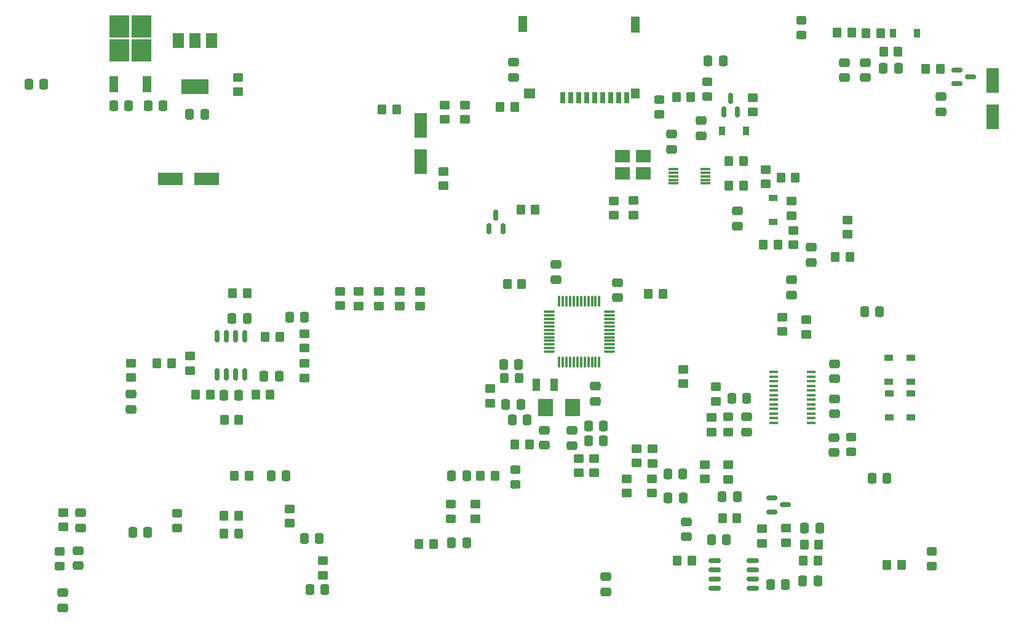
<source format=gbr>
%TF.GenerationSoftware,KiCad,Pcbnew,(6.0.11)*%
%TF.CreationDate,2023-06-15T21:51:14-05:00*%
%TF.ProjectId,LittleDX,4c697474-6c65-4445-982e-6b696361645f,rev?*%
%TF.SameCoordinates,Original*%
%TF.FileFunction,Paste,Top*%
%TF.FilePolarity,Positive*%
%FSLAX46Y46*%
G04 Gerber Fmt 4.6, Leading zero omitted, Abs format (unit mm)*
G04 Created by KiCad (PCBNEW (6.0.11)) date 2023-06-15 21:51:14*
%MOMM*%
%LPD*%
G01*
G04 APERTURE LIST*
G04 Aperture macros list*
%AMRoundRect*
0 Rectangle with rounded corners*
0 $1 Rounding radius*
0 $2 $3 $4 $5 $6 $7 $8 $9 X,Y pos of 4 corners*
0 Add a 4 corners polygon primitive as box body*
4,1,4,$2,$3,$4,$5,$6,$7,$8,$9,$2,$3,0*
0 Add four circle primitives for the rounded corners*
1,1,$1+$1,$2,$3*
1,1,$1+$1,$4,$5*
1,1,$1+$1,$6,$7*
1,1,$1+$1,$8,$9*
0 Add four rect primitives between the rounded corners*
20,1,$1+$1,$2,$3,$4,$5,0*
20,1,$1+$1,$4,$5,$6,$7,0*
20,1,$1+$1,$6,$7,$8,$9,0*
20,1,$1+$1,$8,$9,$2,$3,0*%
G04 Aperture macros list end*
%ADD10RoundRect,0.250000X0.337500X0.475000X-0.337500X0.475000X-0.337500X-0.475000X0.337500X-0.475000X0*%
%ADD11RoundRect,0.250000X0.475000X-0.337500X0.475000X0.337500X-0.475000X0.337500X-0.475000X-0.337500X0*%
%ADD12RoundRect,0.250000X-0.337500X-0.475000X0.337500X-0.475000X0.337500X0.475000X-0.337500X0.475000X0*%
%ADD13RoundRect,0.250000X-0.475000X0.337500X-0.475000X-0.337500X0.475000X-0.337500X0.475000X0.337500X0*%
%ADD14RoundRect,0.250000X-0.450000X0.325000X-0.450000X-0.325000X0.450000X-0.325000X0.450000X0.325000X0*%
%ADD15RoundRect,0.250000X0.450000X-0.325000X0.450000X0.325000X-0.450000X0.325000X-0.450000X-0.325000X0*%
%ADD16R,3.500000X1.800000*%
%ADD17R,1.800000X3.500000*%
%ADD18RoundRect,0.250000X-0.325000X-0.450000X0.325000X-0.450000X0.325000X0.450000X-0.325000X0.450000X0*%
%ADD19RoundRect,0.150000X-0.587500X-0.150000X0.587500X-0.150000X0.587500X0.150000X-0.587500X0.150000X0*%
%ADD20R,2.750000X3.050000*%
%ADD21R,1.200000X2.200000*%
%ADD22R,2.000000X2.400000*%
%ADD23R,1.000000X1.800000*%
%ADD24RoundRect,0.075000X0.075000X-0.662500X0.075000X0.662500X-0.075000X0.662500X-0.075000X-0.662500X0*%
%ADD25RoundRect,0.075000X0.662500X-0.075000X0.662500X0.075000X-0.662500X0.075000X-0.662500X-0.075000X0*%
%ADD26RoundRect,0.150000X0.675000X0.150000X-0.675000X0.150000X-0.675000X-0.150000X0.675000X-0.150000X0*%
%ADD27R,1.500000X2.000000*%
%ADD28R,3.800000X2.000000*%
%ADD29RoundRect,0.250000X-0.450000X0.350000X-0.450000X-0.350000X0.450000X-0.350000X0.450000X0.350000X0*%
%ADD30RoundRect,0.250000X0.450000X-0.350000X0.450000X0.350000X-0.450000X0.350000X-0.450000X-0.350000X0*%
%ADD31RoundRect,0.250000X0.350000X0.450000X-0.350000X0.450000X-0.350000X-0.450000X0.350000X-0.450000X0*%
%ADD32RoundRect,0.250000X-0.350000X-0.450000X0.350000X-0.450000X0.350000X0.450000X-0.350000X0.450000X0*%
%ADD33R,1.400000X0.300000*%
%ADD34R,2.100000X1.800000*%
%ADD35R,1.200000X0.900000*%
%ADD36RoundRect,0.150000X0.150000X-0.587500X0.150000X0.587500X-0.150000X0.587500X-0.150000X-0.587500X0*%
%ADD37R,0.900000X1.200000*%
%ADD38RoundRect,0.150000X-0.150000X0.675000X-0.150000X-0.675000X0.150000X-0.675000X0.150000X0.675000X0*%
%ADD39RoundRect,0.250000X0.325000X0.450000X-0.325000X0.450000X-0.325000X-0.450000X0.325000X-0.450000X0*%
%ADD40R,1.200000X0.400000*%
%ADD41R,1.600000X1.400000*%
%ADD42R,0.700000X1.600000*%
%ADD43R,1.200000X1.400000*%
G04 APERTURE END LIST*
D10*
%TO.C,C1*%
X133625500Y-114046000D03*
X131550500Y-114046000D03*
%TD*%
D11*
%TO.C,C2*%
X125476000Y-116727500D03*
X125476000Y-114652500D03*
%TD*%
%TO.C,C4*%
X129300000Y-116747500D03*
X129300000Y-114672500D03*
%TD*%
D12*
%TO.C,C5*%
X120187500Y-111100000D03*
X122262500Y-111100000D03*
%TD*%
%TO.C,C8*%
X121062500Y-113250000D03*
X123137500Y-113250000D03*
%TD*%
D13*
%TO.C,C9*%
X132550000Y-108587500D03*
X132550000Y-110662500D03*
%TD*%
D12*
%TO.C,C10*%
X87862500Y-120904000D03*
X89937500Y-120904000D03*
%TD*%
%TO.C,C11*%
X93212500Y-136600000D03*
X95287500Y-136600000D03*
%TD*%
%TO.C,C12*%
X119887500Y-105575000D03*
X121962500Y-105575000D03*
%TD*%
D13*
%TO.C,C13*%
X127110000Y-91832500D03*
X127110000Y-93907500D03*
%TD*%
D10*
%TO.C,C15*%
X150562500Y-129725000D03*
X148487500Y-129725000D03*
%TD*%
D12*
%TO.C,C16*%
X92434500Y-129540000D03*
X94509500Y-129540000D03*
%TD*%
D10*
%TO.C,C17*%
X114808000Y-120904000D03*
X112733000Y-120904000D03*
%TD*%
D11*
%TO.C,C20*%
X159500000Y-96037500D03*
X159500000Y-93962500D03*
%TD*%
D13*
%TO.C,C21*%
X135575000Y-94312500D03*
X135575000Y-96387500D03*
%TD*%
D10*
%TO.C,C25*%
X153362500Y-110275000D03*
X151287500Y-110275000D03*
%TD*%
D11*
%TO.C,C33*%
X165450000Y-107587500D03*
X165450000Y-105512500D03*
%TD*%
D10*
%TO.C,C34*%
X163135000Y-135440000D03*
X161060000Y-135440000D03*
%TD*%
D13*
%TO.C,C35*%
X165450000Y-110337500D03*
X165450000Y-112412500D03*
%TD*%
D14*
%TO.C,D2*%
X121500000Y-120100000D03*
X121500000Y-122150000D03*
%TD*%
D15*
%TO.C,D3*%
X112575000Y-126900000D03*
X112575000Y-124850000D03*
%TD*%
D16*
%TO.C,D4*%
X74000000Y-80000000D03*
X79000000Y-80000000D03*
%TD*%
D17*
%TO.C,D5*%
X108458000Y-77684000D03*
X108458000Y-72684000D03*
%TD*%
D18*
%TO.C,L1*%
X119975000Y-107500000D03*
X122025000Y-107500000D03*
%TD*%
D15*
%TO.C,L2*%
X150780000Y-114885000D03*
X150780000Y-112835000D03*
%TD*%
D14*
%TO.C,L3*%
X167700000Y-115575000D03*
X167700000Y-117625000D03*
%TD*%
D15*
%TO.C,L9*%
X141320000Y-71175000D03*
X141320000Y-69125000D03*
%TD*%
D19*
%TO.C,Q4*%
X156792500Y-123990000D03*
X156792500Y-125890000D03*
X158667500Y-124940000D03*
%TD*%
D20*
%TO.C,U2*%
X67000000Y-62350000D03*
X70050000Y-62350000D03*
X70050000Y-59000000D03*
X67000000Y-59000000D03*
D21*
X66245000Y-66975000D03*
X70805000Y-66975000D03*
%TD*%
D22*
%TO.C,Y1*%
X129340000Y-111560000D03*
X125640000Y-111560000D03*
%TD*%
D23*
%TO.C,Y2*%
X126860000Y-108440000D03*
X124360000Y-108440000D03*
%TD*%
D24*
%TO.C,U1*%
X127552000Y-105254500D03*
X128052000Y-105254500D03*
X128552000Y-105254500D03*
X129052000Y-105254500D03*
X129552000Y-105254500D03*
X130052000Y-105254500D03*
X130552000Y-105254500D03*
X131052000Y-105254500D03*
X131552000Y-105254500D03*
X132052000Y-105254500D03*
X132552000Y-105254500D03*
X133052000Y-105254500D03*
D25*
X134464500Y-103842000D03*
X134464500Y-103342000D03*
X134464500Y-102842000D03*
X134464500Y-102342000D03*
X134464500Y-101842000D03*
X134464500Y-101342000D03*
X134464500Y-100842000D03*
X134464500Y-100342000D03*
X134464500Y-99842000D03*
X134464500Y-99342000D03*
X134464500Y-98842000D03*
X134464500Y-98342000D03*
D24*
X133052000Y-96929500D03*
X132552000Y-96929500D03*
X132052000Y-96929500D03*
X131552000Y-96929500D03*
X131052000Y-96929500D03*
X130552000Y-96929500D03*
X130052000Y-96929500D03*
X129552000Y-96929500D03*
X129052000Y-96929500D03*
X128552000Y-96929500D03*
X128052000Y-96929500D03*
X127552000Y-96929500D03*
D25*
X126139500Y-98342000D03*
X126139500Y-98842000D03*
X126139500Y-99342000D03*
X126139500Y-99842000D03*
X126139500Y-100342000D03*
X126139500Y-100842000D03*
X126139500Y-101342000D03*
X126139500Y-101842000D03*
X126139500Y-102342000D03*
X126139500Y-102842000D03*
X126139500Y-103342000D03*
X126139500Y-103842000D03*
%TD*%
D11*
%TO.C,C37*%
X145075000Y-129337500D03*
X145075000Y-127262500D03*
%TD*%
D26*
%TO.C,U3*%
X154205000Y-136415000D03*
X154205000Y-135145000D03*
X154205000Y-133875000D03*
X154205000Y-132605000D03*
X148955000Y-132605000D03*
X148955000Y-133875000D03*
X148955000Y-135145000D03*
X148955000Y-136415000D03*
%TD*%
D27*
%TO.C,U4*%
X79680000Y-61020000D03*
X77380000Y-61020000D03*
D28*
X77380000Y-67320000D03*
D27*
X75080000Y-61020000D03*
%TD*%
D12*
%TO.C,C14*%
X172162500Y-64800000D03*
X174237500Y-64800000D03*
%TD*%
D10*
%TO.C,C42*%
X78727500Y-71140000D03*
X76652500Y-71140000D03*
%TD*%
D29*
%TO.C,R1*%
X118025000Y-108950000D03*
X118025000Y-110950000D03*
%TD*%
D30*
%TO.C,R2*%
X111590000Y-81000000D03*
X111590000Y-79000000D03*
%TD*%
%TO.C,R3*%
X102700000Y-97550000D03*
X102700000Y-95550000D03*
%TD*%
D29*
%TO.C,R4*%
X115975000Y-124850000D03*
X115975000Y-126850000D03*
%TD*%
D31*
%TO.C,R6*%
X84820000Y-120904000D03*
X82820000Y-120904000D03*
%TD*%
%TO.C,R7*%
X121396000Y-70104000D03*
X119396000Y-70104000D03*
%TD*%
D32*
%TO.C,R8*%
X172200000Y-62500000D03*
X174200000Y-62500000D03*
%TD*%
D30*
%TO.C,R9*%
X114554000Y-71866000D03*
X114554000Y-69866000D03*
%TD*%
D32*
%TO.C,R11*%
X143780000Y-132588000D03*
X145780000Y-132588000D03*
%TD*%
D30*
%TO.C,R12*%
X90424000Y-127492000D03*
X90424000Y-125492000D03*
%TD*%
D32*
%TO.C,R13*%
X116700000Y-120925000D03*
X118700000Y-120925000D03*
%TD*%
D29*
%TO.C,R14*%
X154178000Y-68850000D03*
X154178000Y-70850000D03*
%TD*%
%TO.C,R15*%
X111760000Y-69866000D03*
X111760000Y-71866000D03*
%TD*%
D30*
%TO.C,R16*%
X149075000Y-110650000D03*
X149075000Y-108650000D03*
%TD*%
%TO.C,R17*%
X158242000Y-101076000D03*
X158242000Y-99076000D03*
%TD*%
%TO.C,R18*%
X137750000Y-85025000D03*
X137750000Y-83025000D03*
%TD*%
D29*
%TO.C,R19*%
X140350000Y-117200000D03*
X140350000Y-119200000D03*
%TD*%
D31*
%TO.C,R20*%
X157667200Y-89128600D03*
X155667200Y-89128600D03*
%TD*%
D29*
%TO.C,R21*%
X140300000Y-121325000D03*
X140300000Y-123325000D03*
%TD*%
%TO.C,R23*%
X136850000Y-121325000D03*
X136850000Y-123325000D03*
%TD*%
D30*
%TO.C,R29*%
X99940000Y-97540000D03*
X99940000Y-95540000D03*
%TD*%
%TO.C,R30*%
X144600000Y-108270000D03*
X144600000Y-106270000D03*
%TD*%
D32*
%TO.C,R31*%
X161130000Y-132630000D03*
X163130000Y-132630000D03*
%TD*%
D30*
%TO.C,R32*%
X158730000Y-130130000D03*
X158730000Y-128130000D03*
%TD*%
%TO.C,R33*%
X94996000Y-134620000D03*
X94996000Y-132620000D03*
%TD*%
D32*
%TO.C,R34*%
X161280000Y-130430000D03*
X163280000Y-130430000D03*
%TD*%
D30*
%TO.C,R46*%
X108360000Y-97530000D03*
X108360000Y-95530000D03*
%TD*%
%TO.C,R47*%
X105610000Y-97560000D03*
X105610000Y-95560000D03*
%TD*%
%TO.C,R24*%
X150775000Y-121450000D03*
X150775000Y-119450000D03*
%TD*%
D10*
%TO.C,C44*%
X68267500Y-70000000D03*
X66192500Y-70000000D03*
%TD*%
D13*
%TO.C,C47*%
X143030000Y-73892500D03*
X143030000Y-75967500D03*
%TD*%
D30*
%TO.C,R35*%
X135075000Y-85050000D03*
X135075000Y-83050000D03*
%TD*%
D29*
%TO.C,R48*%
X148520000Y-112930000D03*
X148520000Y-114930000D03*
%TD*%
D32*
%TO.C,R49*%
X150892000Y-77550000D03*
X152892000Y-77550000D03*
%TD*%
%TO.C,R50*%
X150892000Y-80975000D03*
X152892000Y-80975000D03*
%TD*%
D33*
%TO.C,U6*%
X143290000Y-78670000D03*
X143290000Y-79170000D03*
X143290000Y-79670000D03*
X143290000Y-80170000D03*
X143290000Y-80670000D03*
X147690000Y-80670000D03*
X147690000Y-80170000D03*
X147690000Y-79670000D03*
X147690000Y-79170000D03*
X147690000Y-78670000D03*
%TD*%
D34*
%TO.C,Y3*%
X136218000Y-79248000D03*
X139118000Y-79248000D03*
X139118000Y-76948000D03*
X136218000Y-76948000D03*
%TD*%
D13*
%TO.C,C30*%
X165325000Y-115650000D03*
X165325000Y-117725000D03*
%TD*%
D35*
%TO.C,D9*%
X175975000Y-104650000D03*
X175975000Y-107950000D03*
%TD*%
D32*
%TO.C,R5*%
X139800000Y-95850000D03*
X141800000Y-95850000D03*
%TD*%
D29*
%TO.C,R22*%
X138176000Y-117175000D03*
X138176000Y-119175000D03*
%TD*%
D30*
%TO.C,R25*%
X147550000Y-121375000D03*
X147550000Y-119375000D03*
%TD*%
D32*
%TO.C,R38*%
X169790000Y-59950000D03*
X171790000Y-59950000D03*
%TD*%
D31*
%TO.C,R39*%
X180000000Y-64900000D03*
X178000000Y-64900000D03*
%TD*%
D10*
%TO.C,C39*%
X144547500Y-120650000D03*
X142472500Y-120650000D03*
%TD*%
D14*
%TO.C,D16*%
X178850000Y-131360000D03*
X178850000Y-133410000D03*
%TD*%
D31*
%TO.C,R28*%
X174660000Y-133250000D03*
X172660000Y-133250000D03*
%TD*%
D35*
%TO.C,D17*%
X157000000Y-82675000D03*
X157000000Y-85975000D03*
%TD*%
D12*
%TO.C,C46*%
X148012500Y-63810000D03*
X150087500Y-63810000D03*
%TD*%
D31*
%TO.C,R51*%
X167525000Y-90800000D03*
X165525000Y-90800000D03*
%TD*%
D29*
%TO.C,R52*%
X159766000Y-87138000D03*
X159766000Y-89138000D03*
%TD*%
D13*
%TO.C,C24*%
X166830000Y-64032500D03*
X166830000Y-66107500D03*
%TD*%
D31*
%TO.C,R53*%
X160050000Y-79875000D03*
X158050000Y-79875000D03*
%TD*%
D11*
%TO.C,C56*%
X152100000Y-86537500D03*
X152100000Y-84462500D03*
%TD*%
D36*
%TO.C,Q12*%
X150180000Y-70787500D03*
X152080000Y-70787500D03*
X151130000Y-68912500D03*
%TD*%
D19*
%TO.C,Q13*%
X182312500Y-65050000D03*
X182312500Y-66950000D03*
X184187500Y-66000000D03*
%TD*%
D32*
%TO.C,R65*%
X143670000Y-68760000D03*
X145670000Y-68760000D03*
%TD*%
D29*
%TO.C,R66*%
X161525000Y-99425000D03*
X161525000Y-101425000D03*
%TD*%
D30*
%TO.C,R67*%
X159550000Y-85100000D03*
X159550000Y-83100000D03*
%TD*%
%TO.C,R64*%
X83312000Y-68056000D03*
X83312000Y-66056000D03*
%TD*%
D31*
%TO.C,R70*%
X105150000Y-70440000D03*
X103150000Y-70440000D03*
%TD*%
D15*
%TO.C,D19*%
X160880000Y-60207000D03*
X160880000Y-58157000D03*
%TD*%
D31*
%TO.C,R71*%
X167810000Y-59930000D03*
X165810000Y-59930000D03*
%TD*%
D12*
%TO.C,C32*%
X169587500Y-98350000D03*
X171662500Y-98350000D03*
%TD*%
D36*
%TO.C,Q14*%
X117875000Y-86887500D03*
X119775000Y-86887500D03*
X118825000Y-85012500D03*
%TD*%
D32*
%TO.C,R72*%
X120375000Y-94500000D03*
X122375000Y-94500000D03*
%TD*%
D13*
%TO.C,C38*%
X147075000Y-72037500D03*
X147075000Y-74112500D03*
%TD*%
D29*
%TO.C,R73*%
X155975000Y-78750000D03*
X155975000Y-80750000D03*
%TD*%
%TO.C,R74*%
X167225000Y-85675000D03*
X167225000Y-87675000D03*
%TD*%
D15*
%TO.C,L11*%
X147900000Y-68675000D03*
X147900000Y-66625000D03*
%TD*%
D13*
%TO.C,C41*%
X133925000Y-134825000D03*
X133925000Y-136900000D03*
%TD*%
D12*
%TO.C,C58*%
X54500000Y-67000000D03*
X56575000Y-67000000D03*
%TD*%
D13*
%TO.C,C27*%
X153300000Y-112837500D03*
X153300000Y-114912500D03*
%TD*%
D31*
%TO.C,R76*%
X84566000Y-95758000D03*
X82566000Y-95758000D03*
%TD*%
D12*
%TO.C,C7*%
X131550500Y-116078000D03*
X133625500Y-116078000D03*
%TD*%
%TO.C,C18*%
X161305000Y-128130000D03*
X163380000Y-128130000D03*
%TD*%
%TO.C,C60*%
X156612500Y-135930000D03*
X158687500Y-135930000D03*
%TD*%
D32*
%TO.C,R10*%
X121450000Y-116650000D03*
X123450000Y-116650000D03*
%TD*%
D37*
%TO.C,D15*%
X173530000Y-59990000D03*
X176830000Y-59990000D03*
%TD*%
%TO.C,D18*%
X149988000Y-73406000D03*
X153288000Y-73406000D03*
%TD*%
D17*
%TO.C,D8*%
X187250000Y-66500000D03*
X187250000Y-71500000D03*
%TD*%
D12*
%TO.C,C61*%
X112712500Y-130125000D03*
X114787500Y-130125000D03*
%TD*%
D30*
%TO.C,R40*%
X97390000Y-97500000D03*
X97390000Y-95500000D03*
%TD*%
D31*
%TO.C,R75*%
X110220000Y-130302000D03*
X108220000Y-130302000D03*
%TD*%
D10*
%TO.C,C26*%
X172657500Y-121240000D03*
X170582500Y-121240000D03*
%TD*%
D11*
%TO.C,C23*%
X162250000Y-91525000D03*
X162250000Y-89450000D03*
%TD*%
%TO.C,C36*%
X61630000Y-128097500D03*
X61630000Y-126022500D03*
%TD*%
D35*
%TO.C,D10*%
X172950000Y-112900000D03*
X172950000Y-109600000D03*
%TD*%
D31*
%TO.C,R80*%
X83375000Y-126425000D03*
X81375000Y-126425000D03*
%TD*%
D38*
%TO.C,U5*%
X84212500Y-101753000D03*
X82942500Y-101753000D03*
X81672500Y-101753000D03*
X80402500Y-101753000D03*
X80402500Y-107003000D03*
X81672500Y-107003000D03*
X82942500Y-107003000D03*
X84212500Y-107003000D03*
%TD*%
D12*
%TO.C,C69*%
X81340000Y-109838000D03*
X83415000Y-109838000D03*
%TD*%
%TO.C,C67*%
X68812500Y-128750000D03*
X70887500Y-128750000D03*
%TD*%
D39*
%TO.C,L12*%
X83425000Y-128900000D03*
X81375000Y-128900000D03*
%TD*%
D40*
%TO.C,U8*%
X162250000Y-113617500D03*
X162250000Y-112982500D03*
X162250000Y-112347500D03*
X162250000Y-111712500D03*
X162250000Y-111077500D03*
X162250000Y-110442500D03*
X162250000Y-109807500D03*
X162250000Y-109172500D03*
X162250000Y-108537500D03*
X162250000Y-107902500D03*
X162250000Y-107267500D03*
X162250000Y-106632500D03*
X157050000Y-106632500D03*
X157050000Y-107267500D03*
X157050000Y-107902500D03*
X157050000Y-108537500D03*
X157050000Y-109172500D03*
X157050000Y-109807500D03*
X157050000Y-110442500D03*
X157050000Y-111077500D03*
X157050000Y-111712500D03*
X157050000Y-112347500D03*
X157050000Y-112982500D03*
X157050000Y-113617500D03*
%TD*%
D29*
%TO.C,R42*%
X59240000Y-125990000D03*
X59240000Y-127990000D03*
%TD*%
D32*
%TO.C,R77*%
X87070000Y-101760000D03*
X89070000Y-101760000D03*
%TD*%
D31*
%TO.C,R69*%
X74136000Y-105410000D03*
X72136000Y-105410000D03*
%TD*%
D30*
%TO.C,R43*%
X68580000Y-107426000D03*
X68580000Y-105426000D03*
%TD*%
%TO.C,R44*%
X92456000Y-103346000D03*
X92456000Y-101346000D03*
%TD*%
D11*
%TO.C,C63*%
X68580000Y-111781500D03*
X68580000Y-109706500D03*
%TD*%
D14*
%TO.C,L7*%
X58770000Y-131315000D03*
X58770000Y-133365000D03*
%TD*%
D10*
%TO.C,C65*%
X88955000Y-107230000D03*
X86880000Y-107230000D03*
%TD*%
D29*
%TO.C,R81*%
X130200000Y-118540000D03*
X130200000Y-120540000D03*
%TD*%
%TO.C,R84*%
X132310000Y-118540000D03*
X132310000Y-120540000D03*
%TD*%
D11*
%TO.C,C68*%
X61280000Y-133307500D03*
X61280000Y-131232500D03*
%TD*%
D31*
%TO.C,R83*%
X83430000Y-113220000D03*
X81430000Y-113220000D03*
%TD*%
D11*
%TO.C,C62*%
X59160000Y-139117500D03*
X59160000Y-137042500D03*
%TD*%
D29*
%TO.C,R26*%
X155430000Y-128205000D03*
X155430000Y-130205000D03*
%TD*%
D32*
%TO.C,R85*%
X85747500Y-109768000D03*
X87747500Y-109768000D03*
%TD*%
D10*
%TO.C,C70*%
X73000000Y-70000000D03*
X70925000Y-70000000D03*
%TD*%
D31*
%TO.C,R79*%
X79486000Y-109728000D03*
X77486000Y-109728000D03*
%TD*%
%TO.C,R27*%
X152025000Y-126775000D03*
X150025000Y-126775000D03*
%TD*%
D11*
%TO.C,C29*%
X169720000Y-66107500D03*
X169720000Y-64032500D03*
%TD*%
D21*
%TO.C,U7*%
X138030000Y-58770000D03*
D41*
X123430000Y-68270000D03*
D42*
X128030000Y-68870000D03*
X129130000Y-68870000D03*
X130230000Y-68870000D03*
X131330000Y-68870000D03*
X132430000Y-68870000D03*
X133530000Y-68870000D03*
X134630000Y-68870000D03*
X135730000Y-68870000D03*
X136830000Y-68870000D03*
D43*
X138030000Y-68270000D03*
D21*
X122530000Y-58670000D03*
%TD*%
D12*
%TO.C,C40*%
X149987500Y-123775000D03*
X152062500Y-123775000D03*
%TD*%
D35*
%TO.C,D7*%
X172925000Y-107950000D03*
X172925000Y-104650000D03*
%TD*%
D13*
%TO.C,C43*%
X121270000Y-63986500D03*
X121270000Y-66061500D03*
%TD*%
D12*
%TO.C,C66*%
X82492500Y-99230000D03*
X84567500Y-99230000D03*
%TD*%
D30*
%TO.C,R45*%
X92456000Y-107442000D03*
X92456000Y-105442000D03*
%TD*%
D11*
%TO.C,C31*%
X180090000Y-70787500D03*
X180090000Y-68712500D03*
%TD*%
D35*
%TO.C,D11*%
X175975000Y-109600000D03*
X175975000Y-112900000D03*
%TD*%
D14*
%TO.C,L8*%
X74975000Y-126075000D03*
X74975000Y-128125000D03*
%TD*%
D31*
%TO.C,R82*%
X124250000Y-84275000D03*
X122250000Y-84275000D03*
%TD*%
D10*
%TO.C,C28*%
X144587500Y-123950000D03*
X142512500Y-123950000D03*
%TD*%
D29*
%TO.C,R78*%
X76730000Y-104430000D03*
X76730000Y-106430000D03*
%TD*%
D10*
%TO.C,C64*%
X92477500Y-99060000D03*
X90402500Y-99060000D03*
%TD*%
M02*

</source>
